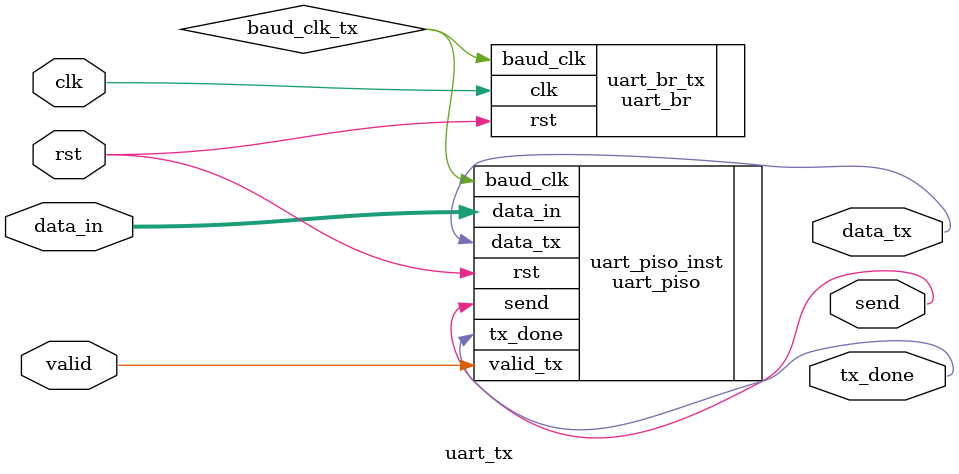
<source format=v>
module uart_tx #(
parameter DATA_WIDTH = 8,
parameter baud_rate = 9600,
parameter clk_freq  = 50000000
)
(
    input wire clk,
    input wire rst,
    input wire [DATA_WIDTH-1:0] data_in,
    input wire valid,
    output wire send, 
    output wire data_tx,
    output wire tx_done
);

wire baud_clk_tx;

uart_br #(
    .baud_rate(baud_rate),
    .clk_freq(clk_freq)
)
uart_br_tx(
    .rst(rst),
    .clk(clk),
    .baud_clk(baud_clk_tx)
);

uart_piso #(
    .DATA_WIDTH(DATA_WIDTH)
)
uart_piso_inst(
    .baud_clk(baud_clk_tx),
    .rst(rst),
    .data_in(data_in),
    .valid_tx(valid),
    .send(send),
    .data_tx(data_tx),
    .tx_done(tx_done)
);


endmodule
</source>
